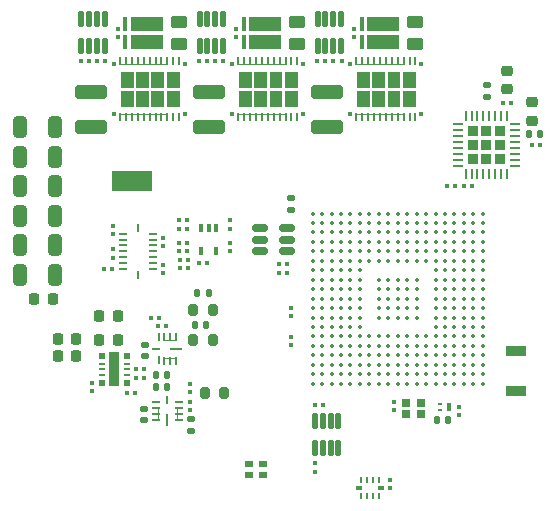
<source format=gtp>
%TF.GenerationSoftware,KiCad,Pcbnew,8.0.9-8.0.9-0~ubuntu22.04.1*%
%TF.CreationDate,2025-03-07T16:38:58+01:00*%
%TF.ProjectId,omodri_sa_v2_laas,6f6d6f64-7269-45f7-9361-5f76325f6c61,1.0*%
%TF.SameCoordinates,Original*%
%TF.FileFunction,Paste,Top*%
%TF.FilePolarity,Positive*%
%FSLAX46Y46*%
G04 Gerber Fmt 4.6, Leading zero omitted, Abs format (unit mm)*
G04 Created by KiCad (PCBNEW 8.0.9-8.0.9-0~ubuntu22.04.1) date 2025-03-07 16:38:58*
%MOMM*%
%LPD*%
G01*
G04 APERTURE LIST*
G04 Aperture macros list*
%AMRoundRect*
0 Rectangle with rounded corners*
0 $1 Rounding radius*
0 $2 $3 $4 $5 $6 $7 $8 $9 X,Y pos of 4 corners*
0 Add a 4 corners polygon primitive as box body*
4,1,4,$2,$3,$4,$5,$6,$7,$8,$9,$2,$3,0*
0 Add four circle primitives for the rounded corners*
1,1,$1+$1,$2,$3*
1,1,$1+$1,$4,$5*
1,1,$1+$1,$6,$7*
1,1,$1+$1,$8,$9*
0 Add four rect primitives between the rounded corners*
20,1,$1+$1,$2,$3,$4,$5,0*
20,1,$1+$1,$4,$5,$6,$7,0*
20,1,$1+$1,$6,$7,$8,$9,0*
20,1,$1+$1,$8,$9,$2,$3,0*%
G04 Aperture macros list end*
%ADD10C,0.120000*%
%ADD11RoundRect,0.140000X0.140000X0.170000X-0.140000X0.170000X-0.140000X-0.170000X0.140000X-0.170000X0*%
%ADD12RoundRect,0.079500X-0.079500X-0.100500X0.079500X-0.100500X0.079500X0.100500X-0.079500X0.100500X0*%
%ADD13RoundRect,0.250000X-1.100000X0.325000X-1.100000X-0.325000X1.100000X-0.325000X1.100000X0.325000X0*%
%ADD14RoundRect,0.250000X-0.325000X-0.650000X0.325000X-0.650000X0.325000X0.650000X-0.325000X0.650000X0*%
%ADD15RoundRect,0.225000X-0.250000X0.225000X-0.250000X-0.225000X0.250000X-0.225000X0.250000X0.225000X0*%
%ADD16RoundRect,0.079500X0.100500X-0.079500X0.100500X0.079500X-0.100500X0.079500X-0.100500X-0.079500X0*%
%ADD17RoundRect,0.079500X-0.100500X0.079500X-0.100500X-0.079500X0.100500X-0.079500X0.100500X0.079500X0*%
%ADD18RoundRect,0.200000X-0.200000X-0.275000X0.200000X-0.275000X0.200000X0.275000X-0.200000X0.275000X0*%
%ADD19R,0.250000X0.800000*%
%ADD20R,0.250000X0.700000*%
%ADD21R,1.100000X0.250000*%
%ADD22R,0.700000X0.250000*%
%ADD23R,2.700000X1.150000*%
%ADD24R,0.350000X1.150000*%
%ADD25R,0.250000X0.550000*%
%ADD26R,0.200000X0.550000*%
%ADD27R,0.600000X0.300000*%
%ADD28RoundRect,0.079500X0.079500X0.100500X-0.079500X0.100500X-0.079500X-0.100500X0.079500X-0.100500X0*%
%ADD29R,0.249999X0.700001*%
%ADD30R,0.375001X0.429999*%
%ADD31RoundRect,0.250000X-0.450000X0.262500X-0.450000X-0.262500X0.450000X-0.262500X0.450000X0.262500X0*%
%ADD32R,0.675000X0.250000*%
%ADD33R,0.250000X0.675000*%
%ADD34RoundRect,0.125000X-0.125000X0.537500X-0.125000X-0.537500X0.125000X-0.537500X0.125000X0.537500X0*%
%ADD35R,0.400000X0.250000*%
%ADD36R,0.400000X0.700000*%
%ADD37R,0.800000X0.250000*%
%ADD38R,0.250000X1.100000*%
%ADD39RoundRect,0.225000X0.250000X-0.225000X0.250000X0.225000X-0.250000X0.225000X-0.250000X-0.225000X0*%
%ADD40RoundRect,0.147500X0.147500X0.172500X-0.147500X0.172500X-0.147500X-0.172500X0.147500X-0.172500X0*%
%ADD41RoundRect,0.140000X-0.170000X0.140000X-0.170000X-0.140000X0.170000X-0.140000X0.170000X0.140000X0*%
%ADD42R,0.550000X0.550000*%
%ADD43R,0.550000X0.250000*%
%ADD44R,0.900000X2.900000*%
%ADD45R,0.800000X0.700000*%
%ADD46RoundRect,0.140000X0.170000X-0.140000X0.170000X0.140000X-0.170000X0.140000X-0.170000X-0.140000X0*%
%ADD47C,0.350000*%
%ADD48RoundRect,0.150000X-0.512500X-0.150000X0.512500X-0.150000X0.512500X0.150000X-0.512500X0.150000X0*%
%ADD49R,0.762000X0.508000*%
%ADD50RoundRect,0.225000X0.225000X0.250000X-0.225000X0.250000X-0.225000X-0.250000X0.225000X-0.250000X0*%
%ADD51RoundRect,0.225000X-0.225000X-0.250000X0.225000X-0.250000X0.225000X0.250000X-0.225000X0.250000X0*%
%ADD52RoundRect,0.140000X-0.140000X-0.170000X0.140000X-0.170000X0.140000X0.170000X-0.140000X0.170000X0*%
%ADD53RoundRect,0.232500X-0.232500X0.232500X-0.232500X-0.232500X0.232500X-0.232500X0.232500X0.232500X0*%
%ADD54RoundRect,0.062500X-0.062500X0.375000X-0.062500X-0.375000X0.062500X-0.375000X0.062500X0.375000X0*%
%ADD55RoundRect,0.062500X-0.375000X0.062500X-0.375000X-0.062500X0.375000X-0.062500X0.375000X0.062500X0*%
%ADD56R,1.700000X0.900000*%
%ADD57R,3.400000X1.800000*%
%ADD58RoundRect,0.100000X-0.100000X0.225000X-0.100000X-0.225000X0.100000X-0.225000X0.100000X0.225000X0*%
G04 APERTURE END LIST*
D10*
%TO.C,U13*%
X142250000Y-128475000D02*
X143250000Y-128475000D01*
X142250000Y-130025000D02*
X143250000Y-130025000D01*
%TO.C,Q1*%
X158530000Y-105100000D02*
X162470000Y-105100000D01*
X158530000Y-109400000D02*
X162470000Y-109400000D01*
X159550000Y-107100000D02*
X158550000Y-107100000D01*
X158550000Y-105850000D01*
X159550000Y-105850000D01*
X159550000Y-107100000D01*
G36*
X159550000Y-107100000D02*
G01*
X158550000Y-107100000D01*
X158550000Y-105850000D01*
X159550000Y-105850000D01*
X159550000Y-107100000D01*
G37*
X159550000Y-108700000D02*
X158550000Y-108700000D01*
X158550000Y-107400000D01*
X159550000Y-107400000D01*
X159550000Y-108700000D01*
G36*
X159550000Y-108700000D02*
G01*
X158550000Y-108700000D01*
X158550000Y-107400000D01*
X159550000Y-107400000D01*
X159550000Y-108700000D01*
G37*
X160850000Y-107100000D02*
X159850000Y-107100000D01*
X159850000Y-105850000D01*
X160850000Y-105850000D01*
X160850000Y-107100000D01*
G36*
X160850000Y-107100000D02*
G01*
X159850000Y-107100000D01*
X159850000Y-105850000D01*
X160850000Y-105850000D01*
X160850000Y-107100000D01*
G37*
X160850000Y-108700000D02*
X159850000Y-108700000D01*
X159850000Y-107400000D01*
X160850000Y-107400000D01*
X160850000Y-108700000D01*
G36*
X160850000Y-108700000D02*
G01*
X159850000Y-108700000D01*
X159850000Y-107400000D01*
X160850000Y-107400000D01*
X160850000Y-108700000D01*
G37*
X162150000Y-107100000D02*
X161150000Y-107100000D01*
X161150000Y-105850000D01*
X162150000Y-105850000D01*
X162150000Y-107100000D01*
G36*
X162150000Y-107100000D02*
G01*
X161150000Y-107100000D01*
X161150000Y-105850000D01*
X162150000Y-105850000D01*
X162150000Y-107100000D01*
G37*
X162150000Y-108700000D02*
X161150000Y-108700000D01*
X161150000Y-107400000D01*
X162150000Y-107400000D01*
X162150000Y-108700000D01*
G36*
X162150000Y-108700000D02*
G01*
X161150000Y-108700000D01*
X161150000Y-107400000D01*
X162150000Y-107400000D01*
X162150000Y-108700000D01*
G37*
X163450000Y-107100000D02*
X162450000Y-107100000D01*
X162450000Y-105850000D01*
X163450000Y-105850000D01*
X163450000Y-107100000D01*
G36*
X163450000Y-107100000D02*
G01*
X162450000Y-107100000D01*
X162450000Y-105850000D01*
X163450000Y-105850000D01*
X163450000Y-107100000D01*
G37*
X163450000Y-108700000D02*
X162450000Y-108700000D01*
X162450000Y-107400000D01*
X163450000Y-107400000D01*
X163450000Y-108700000D01*
G36*
X163450000Y-108700000D02*
G01*
X162450000Y-108700000D01*
X162450000Y-107400000D01*
X163450000Y-107400000D01*
X163450000Y-108700000D01*
G37*
%TO.C,Q2*%
X148530000Y-105100000D02*
X152470000Y-105100000D01*
X148530000Y-109400000D02*
X152470000Y-109400000D01*
X149550000Y-107100000D02*
X148550000Y-107100000D01*
X148550000Y-105850000D01*
X149550000Y-105850000D01*
X149550000Y-107100000D01*
G36*
X149550000Y-107100000D02*
G01*
X148550000Y-107100000D01*
X148550000Y-105850000D01*
X149550000Y-105850000D01*
X149550000Y-107100000D01*
G37*
X149550000Y-108700000D02*
X148550000Y-108700000D01*
X148550000Y-107400000D01*
X149550000Y-107400000D01*
X149550000Y-108700000D01*
G36*
X149550000Y-108700000D02*
G01*
X148550000Y-108700000D01*
X148550000Y-107400000D01*
X149550000Y-107400000D01*
X149550000Y-108700000D01*
G37*
X150850000Y-107100000D02*
X149850000Y-107100000D01*
X149850000Y-105850000D01*
X150850000Y-105850000D01*
X150850000Y-107100000D01*
G36*
X150850000Y-107100000D02*
G01*
X149850000Y-107100000D01*
X149850000Y-105850000D01*
X150850000Y-105850000D01*
X150850000Y-107100000D01*
G37*
X150850000Y-108700000D02*
X149850000Y-108700000D01*
X149850000Y-107400000D01*
X150850000Y-107400000D01*
X150850000Y-108700000D01*
G36*
X150850000Y-108700000D02*
G01*
X149850000Y-108700000D01*
X149850000Y-107400000D01*
X150850000Y-107400000D01*
X150850000Y-108700000D01*
G37*
X152150000Y-107100000D02*
X151150000Y-107100000D01*
X151150000Y-105850000D01*
X152150000Y-105850000D01*
X152150000Y-107100000D01*
G36*
X152150000Y-107100000D02*
G01*
X151150000Y-107100000D01*
X151150000Y-105850000D01*
X152150000Y-105850000D01*
X152150000Y-107100000D01*
G37*
X152150000Y-108700000D02*
X151150000Y-108700000D01*
X151150000Y-107400000D01*
X152150000Y-107400000D01*
X152150000Y-108700000D01*
G36*
X152150000Y-108700000D02*
G01*
X151150000Y-108700000D01*
X151150000Y-107400000D01*
X152150000Y-107400000D01*
X152150000Y-108700000D01*
G37*
X153450000Y-107100000D02*
X152450000Y-107100000D01*
X152450000Y-105850000D01*
X153450000Y-105850000D01*
X153450000Y-107100000D01*
G36*
X153450000Y-107100000D02*
G01*
X152450000Y-107100000D01*
X152450000Y-105850000D01*
X153450000Y-105850000D01*
X153450000Y-107100000D01*
G37*
X153450000Y-108700000D02*
X152450000Y-108700000D01*
X152450000Y-107400000D01*
X153450000Y-107400000D01*
X153450000Y-108700000D01*
G36*
X153450000Y-108700000D02*
G01*
X152450000Y-108700000D01*
X152450000Y-107400000D01*
X153450000Y-107400000D01*
X153450000Y-108700000D01*
G37*
%TO.C,Q3*%
X138530000Y-105100000D02*
X142470000Y-105100000D01*
X138530000Y-109400000D02*
X142470000Y-109400000D01*
X139550000Y-107100000D02*
X138550000Y-107100000D01*
X138550000Y-105850000D01*
X139550000Y-105850000D01*
X139550000Y-107100000D01*
G36*
X139550000Y-107100000D02*
G01*
X138550000Y-107100000D01*
X138550000Y-105850000D01*
X139550000Y-105850000D01*
X139550000Y-107100000D01*
G37*
X139550000Y-108700000D02*
X138550000Y-108700000D01*
X138550000Y-107400000D01*
X139550000Y-107400000D01*
X139550000Y-108700000D01*
G36*
X139550000Y-108700000D02*
G01*
X138550000Y-108700000D01*
X138550000Y-107400000D01*
X139550000Y-107400000D01*
X139550000Y-108700000D01*
G37*
X140850000Y-107100000D02*
X139850000Y-107100000D01*
X139850000Y-105850000D01*
X140850000Y-105850000D01*
X140850000Y-107100000D01*
G36*
X140850000Y-107100000D02*
G01*
X139850000Y-107100000D01*
X139850000Y-105850000D01*
X140850000Y-105850000D01*
X140850000Y-107100000D01*
G37*
X140850000Y-108700000D02*
X139850000Y-108700000D01*
X139850000Y-107400000D01*
X140850000Y-107400000D01*
X140850000Y-108700000D01*
G36*
X140850000Y-108700000D02*
G01*
X139850000Y-108700000D01*
X139850000Y-107400000D01*
X140850000Y-107400000D01*
X140850000Y-108700000D01*
G37*
X142150000Y-107100000D02*
X141150000Y-107100000D01*
X141150000Y-105850000D01*
X142150000Y-105850000D01*
X142150000Y-107100000D01*
G36*
X142150000Y-107100000D02*
G01*
X141150000Y-107100000D01*
X141150000Y-105850000D01*
X142150000Y-105850000D01*
X142150000Y-107100000D01*
G37*
X142150000Y-108700000D02*
X141150000Y-108700000D01*
X141150000Y-107400000D01*
X142150000Y-107400000D01*
X142150000Y-108700000D01*
G36*
X142150000Y-108700000D02*
G01*
X141150000Y-108700000D01*
X141150000Y-107400000D01*
X142150000Y-107400000D01*
X142150000Y-108700000D01*
G37*
X143450000Y-107100000D02*
X142450000Y-107100000D01*
X142450000Y-105850000D01*
X143450000Y-105850000D01*
X143450000Y-107100000D01*
G36*
X143450000Y-107100000D02*
G01*
X142450000Y-107100000D01*
X142450000Y-105850000D01*
X143450000Y-105850000D01*
X143450000Y-107100000D01*
G37*
X143450000Y-108700000D02*
X142450000Y-108700000D01*
X142450000Y-107400000D01*
X143450000Y-107400000D01*
X143450000Y-108700000D01*
G36*
X143450000Y-108700000D02*
G01*
X142450000Y-108700000D01*
X142450000Y-107400000D01*
X143450000Y-107400000D01*
X143450000Y-108700000D01*
G37*
%TO.C,U14*%
X141725000Y-134250000D02*
X141725000Y-135250000D01*
X143275000Y-134250000D02*
X143275000Y-135250000D01*
%TD*%
D11*
%TO.C,C51*%
X174080000Y-111100000D03*
X173120000Y-111100000D03*
%TD*%
D12*
%TO.C,C50*%
X170905000Y-108400000D03*
X171595000Y-108400000D03*
%TD*%
D13*
%TO.C,C82*%
X146000000Y-107525000D03*
X146000000Y-110475000D03*
%TD*%
D14*
%TO.C,C76*%
X130025000Y-110500000D03*
X132975000Y-110500000D03*
%TD*%
D15*
%TO.C,C53*%
X173400000Y-108375000D03*
X173400000Y-109925000D03*
%TD*%
D12*
%TO.C,C52*%
X173355000Y-112000000D03*
X174045000Y-112000000D03*
%TD*%
D14*
%TO.C,C71*%
X130025000Y-123000000D03*
X132975000Y-123000000D03*
%TD*%
D16*
%TO.C,C66*%
X137900000Y-121525000D03*
X137900000Y-120835000D03*
%TD*%
D17*
%TO.C,C55*%
X148300000Y-102155000D03*
X148300000Y-102845000D03*
%TD*%
D18*
%TO.C,FB3*%
X145675000Y-133000000D03*
X147325000Y-133000000D03*
%TD*%
D17*
%TO.C,R1*%
X142100000Y-122155000D03*
X142100000Y-122845000D03*
%TD*%
D19*
%TO.C,U13*%
X141750000Y-130200000D03*
D20*
X142250000Y-130250000D03*
X142750000Y-130250000D03*
X143250000Y-130250000D03*
D21*
X143250000Y-129250000D03*
D20*
X143250000Y-128250000D03*
X142750000Y-128250000D03*
X142250000Y-128250000D03*
X141750000Y-128250000D03*
D22*
X141550000Y-129250000D03*
%TD*%
D23*
%TO.C,R27*%
X140775000Y-103275000D03*
D24*
X138950000Y-103275000D03*
X138950000Y-101725000D03*
D23*
X140775000Y-101725000D03*
%TD*%
D25*
%TO.C,U5*%
X160400000Y-140325000D03*
D26*
X159900000Y-140325000D03*
X159400000Y-140325000D03*
D25*
X158900000Y-140325000D03*
D27*
X158750000Y-141000000D03*
D25*
X158900000Y-141675000D03*
D26*
X159400000Y-141675000D03*
X159900000Y-141675000D03*
D25*
X160400000Y-141675000D03*
D27*
X160550000Y-141000000D03*
%TD*%
D28*
%TO.C,R25*%
X168275000Y-115500000D03*
X167585000Y-115500000D03*
%TD*%
D29*
%TO.C,Q1*%
X163500000Y-104900000D03*
X163000001Y-104900000D03*
X162500000Y-104900000D03*
X162000001Y-104900000D03*
X161499999Y-104900000D03*
X161000000Y-104900000D03*
X160500001Y-104900000D03*
X159999999Y-104900000D03*
X159500000Y-104900000D03*
X158999999Y-104900000D03*
X158500000Y-104900000D03*
X158500000Y-109600000D03*
X158999999Y-109600000D03*
X159500000Y-109600000D03*
X159999999Y-109600000D03*
X160500001Y-109600000D03*
X161000000Y-109600000D03*
X161499999Y-109600000D03*
X162000001Y-109600000D03*
X162500000Y-109600000D03*
X163000001Y-109600000D03*
X163500000Y-109600000D03*
D30*
X164012999Y-105135000D03*
X157987001Y-105135000D03*
X157987001Y-109365000D03*
X164012999Y-109365000D03*
%TD*%
D28*
%TO.C,R43*%
X139740000Y-133000000D03*
X139050000Y-133000000D03*
%TD*%
%TO.C,R44*%
X140545000Y-131700000D03*
X139855000Y-131700000D03*
%TD*%
D31*
%TO.C,R15*%
X163500000Y-101587500D03*
X163500000Y-103412500D03*
%TD*%
D23*
%TO.C,R16*%
X160775000Y-103275000D03*
D24*
X158950000Y-103275000D03*
X158950000Y-101725000D03*
D23*
X160775000Y-101725000D03*
%TD*%
D17*
%TO.C,R52*%
X147800000Y-118385000D03*
X147800000Y-119075000D03*
%TD*%
D16*
%TO.C,C63*%
X161350000Y-141025000D03*
X161350000Y-140335000D03*
%TD*%
%TO.C,R50*%
X143500000Y-119075000D03*
X143500000Y-118385000D03*
%TD*%
%TO.C,C65*%
X142100000Y-120525000D03*
X142100000Y-119835000D03*
%TD*%
D32*
%TO.C,U7*%
X141262500Y-119500000D03*
X141262500Y-120000000D03*
X141262500Y-120500000D03*
X141262500Y-121000000D03*
X141262500Y-121500000D03*
X141262500Y-122000000D03*
X141262500Y-122500000D03*
D33*
X140000000Y-123012500D03*
D32*
X138737500Y-122500000D03*
X138737500Y-122000000D03*
X138737500Y-121500000D03*
X138737500Y-121000000D03*
X138737500Y-120500000D03*
X138737500Y-120000000D03*
X138737500Y-119500000D03*
D33*
X140000000Y-118987500D03*
%TD*%
D16*
%TO.C,R49*%
X144400000Y-132945000D03*
X144400000Y-132255000D03*
%TD*%
%TO.C,R37*%
X167200000Y-134845000D03*
X167200000Y-134155000D03*
%TD*%
D17*
%TO.C,R53*%
X144200000Y-118385000D03*
X144200000Y-119075000D03*
%TD*%
D18*
%TO.C,FB1*%
X144675000Y-128500000D03*
X146325000Y-128500000D03*
%TD*%
%TO.C,FB2*%
X144675000Y-126000000D03*
X146325000Y-126000000D03*
%TD*%
D16*
%TO.C,R30*%
X155025000Y-139645000D03*
X155025000Y-138955000D03*
%TD*%
D31*
%TO.C,R18*%
X153500000Y-101587500D03*
X153500000Y-103412500D03*
%TD*%
D34*
%TO.C,U4*%
X156975000Y-135362500D03*
X156325000Y-135362500D03*
X155675000Y-135362500D03*
X155025000Y-135362500D03*
X155025000Y-137637500D03*
X155675000Y-137637500D03*
X156325000Y-137637500D03*
X156975000Y-137637500D03*
%TD*%
D23*
%TO.C,R19*%
X150775000Y-103275000D03*
D24*
X148950000Y-103275000D03*
X148950000Y-101725000D03*
D23*
X150775000Y-101725000D03*
%TD*%
D28*
%TO.C,R45*%
X140545000Y-131000000D03*
X139855000Y-131000000D03*
%TD*%
D17*
%TO.C,C47*%
X158300000Y-102155000D03*
X158300000Y-102845000D03*
%TD*%
D29*
%TO.C,Q2*%
X153500000Y-104900000D03*
X153000001Y-104900000D03*
X152500000Y-104900000D03*
X152000001Y-104900000D03*
X151499999Y-104900000D03*
X151000000Y-104900000D03*
X150500001Y-104900000D03*
X149999999Y-104900000D03*
X149500000Y-104900000D03*
X148999999Y-104900000D03*
X148500000Y-104900000D03*
X148500000Y-109600000D03*
X148999999Y-109600000D03*
X149500000Y-109600000D03*
X149999999Y-109600000D03*
X150500001Y-109600000D03*
X151000000Y-109600000D03*
X151499999Y-109600000D03*
X152000001Y-109600000D03*
X152500000Y-109600000D03*
X153000001Y-109600000D03*
X153500000Y-109600000D03*
D30*
X154012999Y-105135000D03*
X147987001Y-105135000D03*
X147987001Y-109365000D03*
X154012999Y-109365000D03*
%TD*%
D29*
%TO.C,Q3*%
X143500000Y-104900000D03*
X143000001Y-104900000D03*
X142500000Y-104900000D03*
X142000001Y-104900000D03*
X141499999Y-104900000D03*
X141000000Y-104900000D03*
X140500001Y-104900000D03*
X139999999Y-104900000D03*
X139500000Y-104900000D03*
X138999999Y-104900000D03*
X138500000Y-104900000D03*
X138500000Y-109600000D03*
X138999999Y-109600000D03*
X139500000Y-109600000D03*
X139999999Y-109600000D03*
X140500001Y-109600000D03*
X141000000Y-109600000D03*
X141499999Y-109600000D03*
X142000001Y-109600000D03*
X142500000Y-109600000D03*
X143000001Y-109600000D03*
X143500000Y-109600000D03*
D30*
X144012999Y-105135000D03*
X137987001Y-105135000D03*
X137987001Y-109365000D03*
X144012999Y-109365000D03*
%TD*%
D35*
%TO.C,Q4*%
X165600000Y-133955000D03*
X165600000Y-134405000D03*
D36*
X166300000Y-134180000D03*
%TD*%
D17*
%TO.C,R54*%
X144200000Y-120285000D03*
X144200000Y-120975000D03*
%TD*%
D37*
%TO.C,U14*%
X141550000Y-133750000D03*
D22*
X141500000Y-134250000D03*
X141500000Y-134750000D03*
X141500000Y-135250000D03*
D38*
X142500000Y-135250000D03*
D22*
X143500000Y-135250000D03*
X143500000Y-134750000D03*
X143500000Y-134250000D03*
X143500000Y-133750000D03*
D20*
X142500000Y-133550000D03*
%TD*%
D39*
%TO.C,C49*%
X171250000Y-107275000D03*
X171250000Y-105725000D03*
%TD*%
D40*
%TO.C,D6*%
X166285000Y-135280000D03*
X165315000Y-135280000D03*
%TD*%
D41*
%TO.C,C45*%
X169565000Y-106940000D03*
X169565000Y-107900000D03*
%TD*%
D42*
%TO.C,U12*%
X136925000Y-129837500D03*
D43*
X136925000Y-130500000D03*
X136925000Y-131000000D03*
X136925000Y-131500000D03*
D42*
X136925000Y-132162500D03*
X139075000Y-132162500D03*
D43*
X139075000Y-131500000D03*
X139075000Y-131000000D03*
X139075000Y-130500000D03*
D42*
X139075000Y-129837500D03*
D44*
X138000000Y-131000000D03*
%TD*%
D28*
%TO.C,R26*%
X166845000Y-115500000D03*
X166155000Y-115500000D03*
%TD*%
%TO.C,R2*%
X137845000Y-122500000D03*
X137155000Y-122500000D03*
%TD*%
D45*
%TO.C,X1*%
X162700000Y-134800000D03*
X164000000Y-134800000D03*
X164000000Y-133800000D03*
X162700000Y-133800000D03*
%TD*%
D14*
%TO.C,C75*%
X130025000Y-113000000D03*
X132975000Y-113000000D03*
%TD*%
D17*
%TO.C,C104*%
X143500000Y-120285000D03*
X143500000Y-120975000D03*
%TD*%
D31*
%TO.C,R21*%
X143500000Y-101587500D03*
X143500000Y-103412500D03*
%TD*%
D34*
%TO.C,U17*%
X157175000Y-101362500D03*
X156525000Y-101362500D03*
X155875000Y-101362500D03*
X155225000Y-101362500D03*
X155225000Y-103637500D03*
X155875000Y-103637500D03*
X156525000Y-103637500D03*
X157175000Y-103637500D03*
%TD*%
D28*
%TO.C,C112*%
X135845000Y-104900000D03*
X135155000Y-104900000D03*
%TD*%
D16*
%TO.C,R3*%
X137900000Y-119525000D03*
X137900000Y-118835000D03*
%TD*%
D12*
%TO.C,R51*%
X143555000Y-121700000D03*
X144245000Y-121700000D03*
%TD*%
D46*
%TO.C,C93*%
X140600000Y-129880000D03*
X140600000Y-128920000D03*
%TD*%
D14*
%TO.C,C74*%
X130025000Y-115500000D03*
X132975000Y-115500000D03*
%TD*%
D13*
%TO.C,C84*%
X156000000Y-107525000D03*
X156000000Y-110475000D03*
%TD*%
D47*
%TO.C,U1*%
X169200000Y-117800000D03*
X169200000Y-118600000D03*
X169200000Y-119400000D03*
X169200000Y-120200000D03*
X169200000Y-121000000D03*
X169200000Y-121800000D03*
X169200000Y-122600000D03*
X169200000Y-123400000D03*
X169200000Y-124200000D03*
X169200000Y-125000000D03*
X169200000Y-125800000D03*
X169200000Y-126600000D03*
X169200000Y-127400000D03*
X169200000Y-128200000D03*
X169200000Y-129000000D03*
X169200000Y-129800000D03*
X169200000Y-130600000D03*
X169200000Y-131400000D03*
X169200000Y-132200000D03*
X168400000Y-117800000D03*
X168400000Y-118600000D03*
X168400000Y-119400000D03*
X168400000Y-120200000D03*
X168400000Y-121000000D03*
X168400000Y-121800000D03*
X168400000Y-122600000D03*
X168400000Y-123400000D03*
X168400000Y-124200000D03*
X168400000Y-125000000D03*
X168400000Y-125800000D03*
X168400000Y-126600000D03*
X168400000Y-127400000D03*
X168400000Y-128200000D03*
X168400000Y-129000000D03*
X168400000Y-129800000D03*
X168400000Y-130600000D03*
X168400000Y-131400000D03*
X168400000Y-132200000D03*
X167600000Y-117800000D03*
X167600000Y-118600000D03*
X167600000Y-119400000D03*
X167600000Y-120200000D03*
X167600000Y-121000000D03*
X167600000Y-121800000D03*
X167600000Y-122600000D03*
X167600000Y-123400000D03*
X167600000Y-124200000D03*
X167600000Y-125000000D03*
X167600000Y-125800000D03*
X167600000Y-126600000D03*
X167600000Y-127400000D03*
X167600000Y-128200000D03*
X167600000Y-129000000D03*
X167600000Y-129800000D03*
X167600000Y-130600000D03*
X167600000Y-131400000D03*
X167600000Y-132200000D03*
X166800000Y-117800000D03*
X166800000Y-118600000D03*
X166800000Y-119400000D03*
X166800000Y-120200000D03*
X166800000Y-121000000D03*
X166800000Y-121800000D03*
X166800000Y-122600000D03*
X166800000Y-123400000D03*
X166800000Y-124200000D03*
X166800000Y-125000000D03*
X166800000Y-125800000D03*
X166800000Y-126600000D03*
X166800000Y-127400000D03*
X166800000Y-128200000D03*
X166800000Y-129000000D03*
X166800000Y-129800000D03*
X166800000Y-130600000D03*
X166800000Y-131400000D03*
X166800000Y-132200000D03*
X166000000Y-117800000D03*
X166000000Y-118600000D03*
X166000000Y-119400000D03*
X166000000Y-120200000D03*
X166000000Y-121000000D03*
X166000000Y-121800000D03*
X166000000Y-122600000D03*
X166000000Y-123400000D03*
X166000000Y-124200000D03*
X166000000Y-125000000D03*
X166000000Y-125800000D03*
X166000000Y-126600000D03*
X166000000Y-127400000D03*
X166000000Y-128200000D03*
X166000000Y-129000000D03*
X166000000Y-129800000D03*
X166000000Y-130600000D03*
X166000000Y-131400000D03*
X166000000Y-132200000D03*
X165200000Y-117800000D03*
X165200000Y-118600000D03*
X165200000Y-119400000D03*
X165200000Y-120200000D03*
X165200000Y-121000000D03*
X165200000Y-121800000D03*
X165200000Y-122600000D03*
X165200000Y-123400000D03*
X165200000Y-124200000D03*
X165200000Y-125000000D03*
X165200000Y-125800000D03*
X165200000Y-126600000D03*
X165200000Y-127400000D03*
X165200000Y-128200000D03*
X165200000Y-129000000D03*
X165200000Y-129800000D03*
X165200000Y-130600000D03*
X165200000Y-131400000D03*
X165200000Y-132200000D03*
X164400000Y-117800000D03*
X164400000Y-118600000D03*
X164400000Y-119400000D03*
X164400000Y-120200000D03*
X164400000Y-121000000D03*
X164400000Y-121800000D03*
X164400000Y-128200000D03*
X164400000Y-129000000D03*
X164400000Y-129800000D03*
X164400000Y-130600000D03*
X164400000Y-131400000D03*
X164400000Y-132200000D03*
X163600000Y-117800000D03*
X163600000Y-118600000D03*
X163600000Y-119400000D03*
X163600000Y-120200000D03*
X163600000Y-121000000D03*
X163600000Y-121800000D03*
X163600000Y-123400000D03*
X163600000Y-124200000D03*
X163600000Y-125000000D03*
X163600000Y-125800000D03*
X163600000Y-126600000D03*
X163600000Y-128200000D03*
X163600000Y-129000000D03*
X163600000Y-129800000D03*
X163600000Y-130600000D03*
X163600000Y-131400000D03*
X163600000Y-132200000D03*
X162800000Y-117800000D03*
X162800000Y-118600000D03*
X162800000Y-119400000D03*
X162800000Y-120200000D03*
X162800000Y-121000000D03*
X162800000Y-121800000D03*
X162800000Y-123400000D03*
X162800000Y-124200000D03*
X162800000Y-125000000D03*
X162800000Y-125800000D03*
X162800000Y-126600000D03*
X162800000Y-128200000D03*
X162800000Y-129000000D03*
X162800000Y-129800000D03*
X162800000Y-130600000D03*
X162800000Y-131400000D03*
X162800000Y-132200000D03*
X162000000Y-117800000D03*
X162000000Y-118600000D03*
X162000000Y-119400000D03*
X162000000Y-120200000D03*
X162000000Y-121000000D03*
X162000000Y-121800000D03*
X162000000Y-123400000D03*
X162000000Y-124200000D03*
X162000000Y-125000000D03*
X162000000Y-125800000D03*
X162000000Y-126600000D03*
X162000000Y-128200000D03*
X162000000Y-129000000D03*
X162000000Y-129800000D03*
X162000000Y-130600000D03*
X162000000Y-131400000D03*
X162000000Y-132200000D03*
X161200000Y-117800000D03*
X161200000Y-118600000D03*
X161200000Y-119400000D03*
X161200000Y-120200000D03*
X161200000Y-121000000D03*
X161200000Y-121800000D03*
X161200000Y-123400000D03*
X161200000Y-124200000D03*
X161200000Y-125000000D03*
X161200000Y-125800000D03*
X161200000Y-126600000D03*
X161200000Y-128200000D03*
X161200000Y-129000000D03*
X161200000Y-129800000D03*
X161200000Y-130600000D03*
X161200000Y-131400000D03*
X161200000Y-132200000D03*
X160400000Y-117800000D03*
X160400000Y-118600000D03*
X160400000Y-119400000D03*
X160400000Y-120200000D03*
X160400000Y-121000000D03*
X160400000Y-121800000D03*
X160400000Y-123400000D03*
X160400000Y-124200000D03*
X160400000Y-125000000D03*
X160400000Y-125800000D03*
X160400000Y-126600000D03*
X160400000Y-128200000D03*
X160400000Y-129000000D03*
X160400000Y-129800000D03*
X160400000Y-130600000D03*
X160400000Y-131400000D03*
X160400000Y-132200000D03*
X159600000Y-117800000D03*
X159600000Y-118600000D03*
X159600000Y-119400000D03*
X159600000Y-120200000D03*
X159600000Y-121000000D03*
X159600000Y-121800000D03*
X159600000Y-128200000D03*
X159600000Y-129000000D03*
X159600000Y-129800000D03*
X159600000Y-130600000D03*
X159600000Y-131400000D03*
X159600000Y-132200000D03*
X158800000Y-117800000D03*
X158800000Y-118600000D03*
X158800000Y-119400000D03*
X158800000Y-120200000D03*
X158800000Y-121000000D03*
X158800000Y-121800000D03*
X158800000Y-122600000D03*
X158800000Y-123400000D03*
X158800000Y-124200000D03*
X158800000Y-125000000D03*
X158800000Y-125800000D03*
X158800000Y-126600000D03*
X158800000Y-127400000D03*
X158800000Y-128200000D03*
X158800000Y-129000000D03*
X158800000Y-129800000D03*
X158800000Y-130600000D03*
X158800000Y-131400000D03*
X158800000Y-132200000D03*
X158000000Y-117800000D03*
X158000000Y-118600000D03*
X158000000Y-119400000D03*
X158000000Y-120200000D03*
X158000000Y-121000000D03*
X158000000Y-121800000D03*
X158000000Y-122600000D03*
X158000000Y-123400000D03*
X158000000Y-124200000D03*
X158000000Y-125000000D03*
X158000000Y-125800000D03*
X158000000Y-126600000D03*
X158000000Y-127400000D03*
X158000000Y-128200000D03*
X158000000Y-129000000D03*
X158000000Y-129800000D03*
X158000000Y-130600000D03*
X158000000Y-131400000D03*
X158000000Y-132200000D03*
X157200000Y-117800000D03*
X157200000Y-118600000D03*
X157200000Y-119400000D03*
X157200000Y-120200000D03*
X157200000Y-121000000D03*
X157200000Y-121800000D03*
X157200000Y-122600000D03*
X157200000Y-123400000D03*
X157200000Y-124200000D03*
X157200000Y-125000000D03*
X157200000Y-125800000D03*
X157200000Y-126600000D03*
X157200000Y-127400000D03*
X157200000Y-128200000D03*
X157200000Y-129000000D03*
X157200000Y-129800000D03*
X157200000Y-130600000D03*
X157200000Y-131400000D03*
X157200000Y-132200000D03*
X156400000Y-117800000D03*
X156400000Y-118600000D03*
X156400000Y-119400000D03*
X156400000Y-120200000D03*
X156400000Y-121000000D03*
X156400000Y-121800000D03*
X156400000Y-122600000D03*
X156400000Y-123400000D03*
X156400000Y-124200000D03*
X156400000Y-125000000D03*
X156400000Y-125800000D03*
X156400000Y-126600000D03*
X156400000Y-127400000D03*
X156400000Y-128200000D03*
X156400000Y-129000000D03*
X156400000Y-129800000D03*
X156400000Y-130600000D03*
X156400000Y-131400000D03*
X156400000Y-132200000D03*
X155600000Y-117800000D03*
X155600000Y-118600000D03*
X155600000Y-119400000D03*
X155600000Y-120200000D03*
X155600000Y-121000000D03*
X155600000Y-121800000D03*
X155600000Y-122600000D03*
X155600000Y-123400000D03*
X155600000Y-124200000D03*
X155600000Y-125000000D03*
X155600000Y-125800000D03*
X155600000Y-126600000D03*
X155600000Y-127400000D03*
X155600000Y-128200000D03*
X155600000Y-129000000D03*
X155600000Y-129800000D03*
X155600000Y-130600000D03*
X155600000Y-131400000D03*
X155600000Y-132200000D03*
X154800000Y-117800000D03*
X154800000Y-118600000D03*
X154800000Y-119400000D03*
X154800000Y-120200000D03*
X154800000Y-121000000D03*
X154800000Y-121800000D03*
X154800000Y-122600000D03*
X154800000Y-123400000D03*
X154800000Y-124200000D03*
X154800000Y-125000000D03*
X154800000Y-125800000D03*
X154800000Y-126600000D03*
X154800000Y-127400000D03*
X154800000Y-128200000D03*
X154800000Y-129000000D03*
X154800000Y-129800000D03*
X154800000Y-130600000D03*
X154800000Y-131400000D03*
X154800000Y-132200000D03*
%TD*%
D48*
%TO.C,U15*%
X150362500Y-119050000D03*
X150362500Y-120000000D03*
X150362500Y-120950000D03*
X152637500Y-120950000D03*
X152637500Y-120000000D03*
X152637500Y-119050000D03*
%TD*%
D41*
%TO.C,C99*%
X144500000Y-135220000D03*
X144500000Y-136180000D03*
%TD*%
D49*
%TO.C,D5*%
X150572201Y-139025000D03*
X149427799Y-139025000D03*
X149427799Y-139975000D03*
X150572201Y-139975000D03*
%TD*%
D41*
%TO.C,C96*%
X140500000Y-134320000D03*
X140500000Y-135280000D03*
%TD*%
D50*
%TO.C,C91*%
X134775000Y-129900000D03*
X133225000Y-129900000D03*
%TD*%
D51*
%TO.C,C90*%
X136725000Y-126500000D03*
X138275000Y-126500000D03*
%TD*%
D17*
%TO.C,C97*%
X136100000Y-132137500D03*
X136100000Y-132827500D03*
%TD*%
D12*
%TO.C,D2*%
X145155000Y-122000000D03*
X145845000Y-122000000D03*
%TD*%
D28*
%TO.C,C105*%
X155845000Y-104900000D03*
X155155000Y-104900000D03*
%TD*%
D13*
%TO.C,C81*%
X136000000Y-107525000D03*
X136000000Y-110475000D03*
%TD*%
D34*
%TO.C,U18*%
X147175000Y-101362500D03*
X146525000Y-101362500D03*
X145875000Y-101362500D03*
X145225000Y-101362500D03*
X145225000Y-103637500D03*
X145875000Y-103637500D03*
X146525000Y-103637500D03*
X147175000Y-103637500D03*
%TD*%
D12*
%TO.C,C107*%
X146555000Y-104900000D03*
X147245000Y-104900000D03*
%TD*%
D34*
%TO.C,U19*%
X137175000Y-101362500D03*
X136525000Y-101362500D03*
X135875000Y-101362500D03*
X135225000Y-101362500D03*
X135225000Y-103637500D03*
X135875000Y-103637500D03*
X136525000Y-103637500D03*
X137175000Y-103637500D03*
%TD*%
D52*
%TO.C,C94*%
X141520000Y-131500000D03*
X142480000Y-131500000D03*
%TD*%
D17*
%TO.C,C70*%
X161700000Y-133775000D03*
X161700000Y-134465000D03*
%TD*%
D51*
%TO.C,C88*%
X131225000Y-125000000D03*
X132775000Y-125000000D03*
%TD*%
D50*
%TO.C,C92*%
X134775000Y-128400000D03*
X133225000Y-128400000D03*
%TD*%
D53*
%TO.C,U2*%
X170650000Y-110850000D03*
X169500000Y-110850000D03*
X168350000Y-110850000D03*
X170650000Y-112000000D03*
X169500000Y-112000000D03*
X168350000Y-112000000D03*
X170650000Y-113150000D03*
X169500000Y-113150000D03*
X168350000Y-113150000D03*
D54*
X171250000Y-109562500D03*
X170750000Y-109562500D03*
X170250000Y-109562500D03*
X169750000Y-109562500D03*
X169250000Y-109562500D03*
X168750000Y-109562500D03*
X168250000Y-109562500D03*
X167750000Y-109562500D03*
D55*
X167062500Y-110250000D03*
X167062500Y-110750000D03*
X167062500Y-111250000D03*
X167062500Y-111750000D03*
X167062500Y-112250000D03*
X167062500Y-112750000D03*
X167062500Y-113250000D03*
X167062500Y-113750000D03*
D54*
X167750000Y-114437500D03*
X168250000Y-114437500D03*
X168750000Y-114437500D03*
X169250000Y-114437500D03*
X169750000Y-114437500D03*
X170250000Y-114437500D03*
X170750000Y-114437500D03*
X171250000Y-114437500D03*
D55*
X171937500Y-113750000D03*
X171937500Y-113250000D03*
X171937500Y-112750000D03*
X171937500Y-112250000D03*
X171937500Y-111750000D03*
X171937500Y-111250000D03*
X171937500Y-110750000D03*
X171937500Y-110250000D03*
%TD*%
D12*
%TO.C,C106*%
X156555000Y-104900000D03*
X157245000Y-104900000D03*
%TD*%
D56*
%TO.C,SW1*%
X172000000Y-132800000D03*
X172000000Y-129400000D03*
%TD*%
D46*
%TO.C,C44*%
X153000000Y-117480000D03*
X153000000Y-116520000D03*
%TD*%
D28*
%TO.C,R47*%
X141775000Y-126650000D03*
X141085000Y-126650000D03*
%TD*%
D16*
%TO.C,R8*%
X153000000Y-126465000D03*
X153000000Y-125775000D03*
%TD*%
D28*
%TO.C,R46*%
X142415000Y-127350000D03*
X141725000Y-127350000D03*
%TD*%
D16*
%TO.C,C102*%
X147800000Y-120975000D03*
X147800000Y-120285000D03*
%TD*%
D12*
%TO.C,C110*%
X136555000Y-104900000D03*
X137245000Y-104900000D03*
%TD*%
D28*
%TO.C,C100*%
X152662500Y-122100000D03*
X151972500Y-122100000D03*
%TD*%
D52*
%TO.C,C98*%
X144820000Y-127250000D03*
X145780000Y-127250000D03*
%TD*%
%TO.C,C95*%
X141520000Y-132500000D03*
X142480000Y-132500000D03*
%TD*%
D51*
%TO.C,C89*%
X136725000Y-128500000D03*
X138275000Y-128500000D03*
%TD*%
D16*
%TO.C,R9*%
X153000000Y-128965000D03*
X153000000Y-128275000D03*
%TD*%
D57*
%TO.C,TP1*%
X139500000Y-115000000D03*
%TD*%
D58*
%TO.C,U16*%
X146650000Y-119050000D03*
X146000000Y-119050000D03*
X145350000Y-119050000D03*
X145350000Y-120950000D03*
X146650000Y-120950000D03*
%TD*%
D28*
%TO.C,C109*%
X145845000Y-104900000D03*
X145155000Y-104900000D03*
%TD*%
D14*
%TO.C,C72*%
X130025000Y-120500000D03*
X132975000Y-120500000D03*
%TD*%
D16*
%TO.C,R48*%
X144400000Y-134415000D03*
X144400000Y-133725000D03*
%TD*%
D17*
%TO.C,C60*%
X138300000Y-102155000D03*
X138300000Y-102845000D03*
%TD*%
D14*
%TO.C,C73*%
X130025000Y-118000000D03*
X132975000Y-118000000D03*
%TD*%
D28*
%TO.C,C103*%
X144245000Y-122400000D03*
X143555000Y-122400000D03*
%TD*%
D11*
%TO.C,C40*%
X145980000Y-124500000D03*
X145020000Y-124500000D03*
%TD*%
D28*
%TO.C,C101*%
X152662500Y-122800000D03*
X151972500Y-122800000D03*
%TD*%
%TO.C,C62*%
X155700000Y-134000000D03*
X155010000Y-134000000D03*
%TD*%
M02*

</source>
